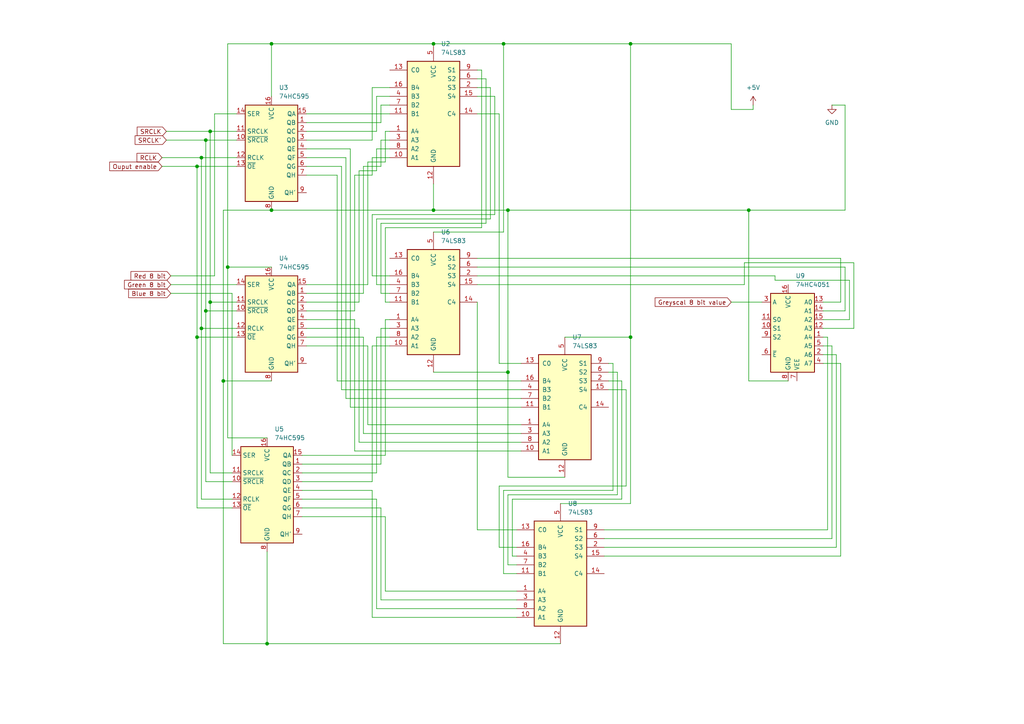
<source format=kicad_sch>
(kicad_sch (version 20250114) (generator "eeschema") (generator_version "9.0")
  (paper "A4")
  (lib_symbols
    (symbol "74xx:74HC4051"
      (property "Reference" "U" (at -5.08 11.43 0))
      (property "Value" "74HC4051" (at -7.62 -13.97 0))
      (symbol "74HC4051_0_1"
        (rectangle (start -5.08 10.16) (end 7.62 -12.7) (stroke (width 0.254)) (fill (type background)))
      )
      (symbol "74HC4051_1_1"
        (pin passive line (at -7.62 7.62 0) (length 2.54) (name "A") (number "3"))
        (pin input line (at -7.62 2.54 0) (length 2.54) (name "S0") (number "11"))
        (pin input line (at -7.62 0 0) (length 2.54) (name "S1") (number "10"))
        (pin input line (at -7.62 -2.54 0) (length 2.54) (name "S2") (number "9"))
        (pin input line (at -7.62 -7.62 0) (length 2.54) (name "~{E}") (number "6"))
        (pin power_in line (at 0 12.7 270) (length 2.54) (name "VCC") (number "16"))
        (pin power_in line (at 0 -15.24 90) (length 2.54) (name "GND") (number "8"))
        (pin power_in line (at 2.54 -15.24 90) (length 2.54) (name "VEE") (number "7"))
        (pin passive line (at 10.16 7.62 180) (length 2.54) (name "A0") (number "13"))
        (pin passive line (at 10.16 5.08 180) (length 2.54) (name "A1") (number "14"))
        (pin passive line (at 10.16 2.54 180) (length 2.54) (name "A2") (number "15"))
        (pin passive line (at 10.16 0 180) (length 2.54) (name "A3") (number "12"))
        (pin passive line (at 10.16 -2.54 180) (length 2.54) (name "A4") (number "1"))
        (pin passive line (at 10.16 -5.08 180) (length 2.54) (name "A5") (number "5"))
        (pin passive line (at 10.16 -7.62 180) (length 2.54) (name "A6") (number "2"))
        (pin passive line (at 10.16 -10.16 180) (length 2.54) (name "A7") (number "4"))
      )
    )
    (symbol "74xx:74HC595"
      (property "Reference" "U" (at -7.62 13.97 0))
      (property "Value" "74HC595" (at -7.62 -16.51 0))
      (symbol "74HC595_1_0"
        (pin input line (at -10.16 10.16 0) (length 2.54) (name "SER") (number "14"))
        (pin input line (at -10.16 5.08 0) (length 2.54) (name "SRCLK") (number "11"))
        (pin input line (at -10.16 2.54 0) (length 2.54) (name "~{SRCLR}") (number "10"))
        (pin input line (at -10.16 -2.54 0) (length 2.54) (name "RCLK") (number "12"))
        (pin input line (at -10.16 -5.08 0) (length 2.54) (name "~{OE}") (number "13"))
        (pin power_in line (at 0 15.24 270) (length 2.54) (name "VCC") (number "16"))
        (pin power_in line (at 0 -17.78 90) (length 2.54) (name "GND") (number "8"))
        (pin tri_state line (at 10.16 10.16 180) (length 2.54) (name "QA") (number "15"))
        (pin tri_state line (at 10.16 7.62 180) (length 2.54) (name "QB") (number "1"))
        (pin tri_state line (at 10.16 5.08 180) (length 2.54) (name "QC") (number "2"))
        (pin tri_state line (at 10.16 2.54 180) (length 2.54) (name "QD") (number "3"))
        (pin tri_state line (at 10.16 0 180) (length 2.54) (name "QE") (number "4"))
        (pin tri_state line (at 10.16 -2.54 180) (length 2.54) (name "QF") (number "5"))
        (pin tri_state line (at 10.16 -5.08 180) (length 2.54) (name "QG") (number "6"))
        (pin tri_state line (at 10.16 -7.62 180) (length 2.54) (name "QH") (number "7"))
        (pin output line (at 10.16 -12.7 180) (length 2.54) (name "QH'") (number "9"))
      )
      (symbol "74HC595_1_1"
        (rectangle (start -7.62 12.7) (end 7.62 -15.24) (stroke (width 0.254)) (fill (type background)))
      )
    )
    (symbol "74xx:74LS83" (pin_names (offset 1.016))
      (property "Reference" "U" (at -7.62 16.51 0))
      (property "Value" "74LS83" (at -7.62 -16.51 0))
      (symbol "74LS83_1_0"
        (pin input line (at -12.7 12.7 0) (length 5.08) (name "C0") (number "13"))
        (pin input line (at -12.7 7.62 0) (length 5.08) (name "B4") (number "16"))
        (pin input line (at -12.7 5.08 0) (length 5.08) (name "B3") (number "4"))
        (pin input line (at -12.7 2.54 0) (length 5.08) (name "B2") (number "7"))
        (pin input line (at -12.7 0 0) (length 5.08) (name "B1") (number "11"))
        (pin input line (at -12.7 -5.08 0) (length 5.08) (name "A4") (number "1"))
        (pin input line (at -12.7 -7.62 0) (length 5.08) (name "A3") (number "3"))
        (pin input line (at -12.7 -10.16 0) (length 5.08) (name "A2") (number "8"))
        (pin input line (at -12.7 -12.7 0) (length 5.08) (name "A1") (number "10"))
        (pin power_in line (at 0 20.32 270) (length 5.08) (name "VCC") (number "5"))
        (pin power_in line (at 0 -20.32 90) (length 5.08) (name "GND") (number "12"))
        (pin output line (at 12.7 12.7 180) (length 5.08) (name "S1") (number "9"))
        (pin output line (at 12.7 10.16 180) (length 5.08) (name "S2") (number "6"))
        (pin output line (at 12.7 7.62 180) (length 5.08) (name "S3") (number "2"))
        (pin output line (at 12.7 5.08 180) (length 5.08) (name "S4") (number "15"))
        (pin output line (at 12.7 0 180) (length 5.08) (name "C4") (number "14"))
      )
      (symbol "74LS83_1_1"
        (rectangle (start -7.62 15.24) (end 7.62 -15.24) (stroke (width 0.254)) (fill (type background)))
      )
    )
    (symbol "power:+5V" (power) (pin_numbers (hide yes)) (pin_names (offset 0) (hide yes))
      (property "Value" "+5V" (at 0 3.556 0))
      (symbol "+5V_0_1"
        (polyline (pts (xy -0.762 1.27) (xy 0 2.54)))
        (polyline (pts (xy 0 2.54) (xy 0.762 1.27)))
        (polyline (pts (xy 0 0) (xy 0 2.54)))
      )
      (symbol "+5V_1_1"
        (pin power_in line (at 0 0 90) (length 0) (name "~") (number "1"))
      )
    )
    (symbol "power:GND" (power) (pin_numbers (hide yes)) (pin_names (offset 0) (hide yes))
      (property "Value" "GND" (at 0 -3.81 0))
      (symbol "GND_0_1"
        (polyline (pts (xy 0 0) (xy 0 -1.27) (xy 1.27 -1.27) (xy 0 -2.54) (xy -1.27 -1.27) (xy 0 -1.27)))
      )
      (symbol "GND_1_1"
        (pin power_in line (at 0 0 270) (length 0) (name "~") (number "1"))
      )
    )
  )
  (junction (at 125.73 60.96))
  (junction (at 59.69 90.17))
  (junction (at 60.96 38.1))
  (junction (at 78.74 60.96))
  (junction (at 77.47 186.69))
  (junction (at 60.96 87.63))
  (junction (at 125.73 12.7))
  (junction (at 147.32 107.95))
  (junction (at 182.88 12.7))
  (junction (at 66.04 77.47))
  (junction (at 58.42 95.25))
  (junction (at 64.77 110.49))
  (junction (at 58.42 45.72))
  (junction (at 57.15 48.26))
  (junction (at 57.15 97.79))
  (junction (at 78.74 12.7))
  (junction (at 147.32 60.96))
  (junction (at 146.05 12.7))
  (junction (at 217.17 60.96))
  (junction (at 182.88 97.79))
  (junction (at 59.69 40.64))
  (wire (pts (xy 138.43 27.94) (xy 143.51 27.94)))
  (wire (pts (xy 240.03 97.79) (xy 238.76 97.79)))
  (wire (pts (xy 147.32 163.83) (xy 149.86 163.83)))
  (wire (pts (xy 67.31 147.32) (xy 57.15 147.32)))
  (wire (pts (xy 48.26 40.64) (xy 59.69 40.64)))
  (wire (pts (xy 243.84 74.93) (xy 243.84 87.63)))
  (wire (pts (xy 110.49 95.25) (xy 110.49 134.62)))
  (wire (pts (xy 109.22 63.5) (xy 142.24 63.5)))
  (wire (pts (xy 59.69 90.17) (xy 68.58 90.17)))
  (wire (pts (xy 100.33 115.57) (xy 151.13 115.57)))
  (wire (pts (xy 111.76 46.99) (xy 111.76 38.1)))
  (wire (pts (xy 162.56 146.05) (xy 182.88 146.05)))
  (wire (pts (xy 146.05 12.7) (xy 146.05 67.31)))
  (wire (pts (xy 109.22 176.53) (xy 109.22 144.78)))
  (wire (pts (xy 104.14 87.63) (xy 104.14 49.53)))
  (wire (pts (xy 125.73 60.96) (xy 147.32 60.96)))
  (wire (pts (xy 111.76 38.1) (xy 113.03 38.1)))
  (wire (pts (xy 99.06 48.26) (xy 99.06 113.03)))
  (wire (pts (xy 245.11 60.96) (xy 245.11 30.48)))
  (wire (pts (xy 87.63 139.7) (xy 107.95 139.7)))
  (wire (pts (xy 125.73 67.31) (xy 146.05 67.31)))
  (wire (pts (xy 212.09 31.75) (xy 218.44 31.75)))
  (wire (pts (xy 88.9 90.17) (xy 102.87 90.17)))
  (wire (pts (xy 68.58 87.63) (xy 60.96 87.63)))
  (wire (pts (xy 99.06 113.03) (xy 151.13 113.03)))
  (wire (pts (xy 138.43 25.4) (xy 142.24 25.4)))
  (wire (pts (xy 107.95 50.8) (xy 102.87 50.8)))
  (wire (pts (xy 247.65 76.2) (xy 247.65 95.25)))
  (wire (pts (xy 102.87 50.8) (xy 102.87 90.17)))
  (wire (pts (xy 113.03 87.63) (xy 111.76 87.63)))
  (wire (pts (xy 60.96 38.1) (xy 60.96 87.63)))
  (wire (pts (xy 88.9 82.55) (xy 106.68 82.55)))
  (wire (pts (xy 97.79 110.49) (xy 151.13 110.49)))
  (wire (pts (xy 77.47 186.69) (xy 77.47 160.02)))
  (wire (pts (xy 62.23 33.02) (xy 62.23 80.01)))
  (wire (pts (xy 62.23 33.02) (xy 68.58 33.02)))
  (wire (pts (xy 218.44 31.75) (xy 218.44 30.48)))
  (wire (pts (xy 105.41 85.09) (xy 88.9 85.09)))
  (wire (pts (xy 163.83 97.79) (xy 182.88 97.79)))
  (wire (pts (xy 110.49 40.64) (xy 110.49 48.26)))
  (wire (pts (xy 180.34 110.49) (xy 176.53 110.49)))
  (wire (pts (xy 242.57 102.87) (xy 238.76 102.87)))
  (wire (pts (xy 242.57 158.75) (xy 242.57 102.87)))
  (wire (pts (xy 148.59 144.78) (xy 180.34 144.78)))
  (wire (pts (xy 140.97 64.77) (xy 140.97 22.86)))
  (wire (pts (xy 138.43 33.02) (xy 144.78 33.02)))
  (wire (pts (xy 88.9 45.72) (xy 100.33 45.72)))
  (wire (pts (xy 109.22 27.94) (xy 113.03 27.94)))
  (wire (pts (xy 104.14 128.27) (xy 151.13 128.27)))
  (wire (pts (xy 60.96 137.16) (xy 67.31 137.16)))
  (wire (pts (xy 179.07 107.95) (xy 179.07 143.51)))
  (wire (pts (xy 87.63 137.16) (xy 109.22 137.16)))
  (wire (pts (xy 228.6 110.49) (xy 217.17 110.49)))
  (wire (pts (xy 88.9 92.71) (xy 102.87 92.71)))
  (wire (pts (xy 182.88 12.7) (xy 212.09 12.7)))
  (wire (pts (xy 78.74 12.7) (xy 125.73 12.7)))
  (wire (pts (xy 142.24 63.5) (xy 142.24 25.4)))
  (wire (pts (xy 102.87 92.71) (xy 102.87 130.81)))
  (wire (pts (xy 105.41 125.73) (xy 151.13 125.73)))
  (wire (pts (xy 46.99 45.72) (xy 58.42 45.72)))
  (wire (pts (xy 107.95 62.23) (xy 107.95 80.01)))
  (wire (pts (xy 113.03 40.64) (xy 110.49 40.64)))
  (wire (pts (xy 149.86 171.45) (xy 111.76 171.45)))
  (wire (pts (xy 146.05 12.7) (xy 182.88 12.7)))
  (wire (pts (xy 182.88 97.79) (xy 182.88 146.05)))
  (wire (pts (xy 88.9 40.64) (xy 107.95 40.64)))
  (wire (pts (xy 104.14 95.25) (xy 104.14 128.27)))
  (wire (pts (xy 110.49 64.77) (xy 140.97 64.77)))
  (wire (pts (xy 113.03 95.25) (xy 110.49 95.25)))
  (wire (pts (xy 111.76 92.71) (xy 113.03 92.71)))
  (wire (pts (xy 149.86 176.53) (xy 109.22 176.53)))
  (wire (pts (xy 78.74 60.96) (xy 125.73 60.96)))
  (wire (pts (xy 111.76 149.86) (xy 87.63 149.86)))
  (wire (pts (xy 107.95 100.33) (xy 107.95 139.7)))
  (wire (pts (xy 107.95 80.01) (xy 113.03 80.01)))
  (wire (pts (xy 138.43 77.47) (xy 245.11 77.47)))
  (wire (pts (xy 107.95 25.4) (xy 113.03 25.4)))
  (wire (pts (xy 143.51 62.23) (xy 107.95 62.23)))
  (wire (pts (xy 88.9 50.8) (xy 97.79 50.8)))
  (wire (pts (xy 181.61 140.97) (xy 181.61 113.03)))
  (wire (pts (xy 66.04 77.47) (xy 66.04 12.7)))
  (wire (pts (xy 246.38 92.71) (xy 238.76 92.71)))
  (wire (pts (xy 77.47 186.69) (xy 64.77 186.69)))
  (wire (pts (xy 78.74 77.47) (xy 66.04 77.47)))
  (wire (pts (xy 87.63 147.32) (xy 110.49 147.32)))
  (wire (pts (xy 146.05 142.24) (xy 146.05 166.37)))
  (wire (pts (xy 88.9 38.1) (xy 109.22 38.1)))
  (wire (pts (xy 175.26 161.29) (xy 243.84 161.29)))
  (wire (pts (xy 175.26 156.21) (xy 241.3 156.21)))
  (wire (pts (xy 106.68 46.99) (xy 111.76 46.99)))
  (wire (pts (xy 245.11 77.47) (xy 245.11 90.17)))
  (wire (pts (xy 241.3 100.33) (xy 238.76 100.33)))
  (wire (pts (xy 212.09 87.63) (xy 220.98 87.63)))
  (wire (pts (xy 109.22 43.18) (xy 113.03 43.18)))
  (wire (pts (xy 67.31 85.09) (xy 67.31 132.08)))
  (wire (pts (xy 147.32 60.96) (xy 217.17 60.96)))
  (wire (pts (xy 113.03 45.72) (xy 107.95 45.72)))
  (wire (pts (xy 149.86 161.29) (xy 148.59 161.29)))
  (wire (pts (xy 125.73 107.95) (xy 147.32 107.95)))
  (wire (pts (xy 217.17 60.96) (xy 245.11 60.96)))
  (wire (pts (xy 102.87 130.81) (xy 151.13 130.81)))
  (wire (pts (xy 107.95 40.64) (xy 107.95 25.4)))
  (wire (pts (xy 246.38 81.28) (xy 246.38 92.71)))
  (wire (pts (xy 138.43 87.63) (xy 138.43 153.67)))
  (wire (pts (xy 87.63 132.08) (xy 111.76 132.08)))
  (wire (pts (xy 224.79 81.28) (xy 246.38 81.28)))
  (wire (pts (xy 147.32 107.95) (xy 147.32 138.43)))
  (wire (pts (xy 60.96 87.63) (xy 60.96 137.16)))
  (wire (pts (xy 58.42 95.25) (xy 68.58 95.25)))
  (wire (pts (xy 58.42 144.78) (xy 67.31 144.78)))
  (wire (pts (xy 66.04 127) (xy 66.04 77.47)))
  (wire (pts (xy 125.73 12.7) (xy 146.05 12.7)))
  (wire (pts (xy 148.59 161.29) (xy 148.59 144.78)))
  (wire (pts (xy 88.9 43.18) (xy 101.6 43.18)))
  (wire (pts (xy 109.22 97.79) (xy 113.03 97.79)))
  (wire (pts (xy 100.33 45.72) (xy 100.33 115.57)))
  (wire (pts (xy 109.22 82.55) (xy 109.22 63.5)))
  (wire (pts (xy 245.11 30.48) (xy 241.3 30.48)))
  (wire (pts (xy 46.99 48.26) (xy 57.15 48.26)))
  (wire (pts (xy 58.42 95.25) (xy 58.42 144.78)))
  (wire (pts (xy 48.26 38.1) (xy 60.96 38.1)))
  (wire (pts (xy 243.84 105.41) (xy 238.76 105.41)))
  (wire (pts (xy 88.9 87.63) (xy 104.14 87.63)))
  (wire (pts (xy 110.49 173.99) (xy 149.86 173.99)))
  (wire (pts (xy 175.26 158.75) (xy 242.57 158.75)))
  (wire (pts (xy 163.83 138.43) (xy 147.32 138.43)))
  (wire (pts (xy 240.03 153.67) (xy 240.03 97.79)))
  (wire (pts (xy 78.74 27.94) (xy 78.74 12.7)))
  (wire (pts (xy 59.69 40.64) (xy 59.69 90.17)))
  (wire (pts (xy 97.79 50.8) (xy 97.79 110.49)))
  (wire (pts (xy 57.15 97.79) (xy 68.58 97.79)))
  (wire (pts (xy 110.49 147.32) (xy 110.49 173.99)))
  (wire (pts (xy 78.74 110.49) (xy 64.77 110.49)))
  (wire (pts (xy 143.51 27.94) (xy 143.51 62.23)))
  (wire (pts (xy 111.76 66.04) (xy 139.7 66.04)))
  (wire (pts (xy 243.84 161.29) (xy 243.84 105.41)))
  (wire (pts (xy 247.65 95.25) (xy 238.76 95.25)))
  (wire (pts (xy 59.69 40.64) (xy 68.58 40.64)))
  (wire (pts (xy 49.53 82.55) (xy 68.58 82.55)))
  (wire (pts (xy 144.78 140.97) (xy 181.61 140.97)))
  (wire (pts (xy 110.49 35.56) (xy 110.49 30.48)))
  (wire (pts (xy 110.49 48.26) (xy 105.41 48.26)))
  (wire (pts (xy 139.7 20.32) (xy 138.43 20.32)))
  (wire (pts (xy 138.43 82.55) (xy 215.9 82.55)))
  (wire (pts (xy 224.79 80.01) (xy 224.79 81.28)))
  (wire (pts (xy 215.9 76.2) (xy 247.65 76.2)))
  (wire (pts (xy 66.04 12.7) (xy 78.74 12.7)))
  (wire (pts (xy 88.9 97.79) (xy 105.41 97.79)))
  (wire (pts (xy 107.95 142.24) (xy 107.95 179.07)))
  (wire (pts (xy 101.6 43.18) (xy 101.6 118.11)))
  (wire (pts (xy 111.76 132.08) (xy 111.76 92.71)))
  (wire (pts (xy 147.32 143.51) (xy 147.32 163.83)))
  (wire (pts (xy 113.03 100.33) (xy 107.95 100.33)))
  (wire (pts (xy 147.32 60.96) (xy 147.32 107.95)))
  (wire (pts (xy 59.69 139.7) (xy 59.69 90.17)))
  (wire (pts (xy 138.43 80.01) (xy 224.79 80.01)))
  (wire (pts (xy 101.6 118.11) (xy 151.13 118.11)))
  (wire (pts (xy 64.77 60.96) (xy 64.77 110.49)))
  (wire (pts (xy 111.76 87.63) (xy 111.76 66.04)))
  (wire (pts (xy 182.88 12.7) (xy 182.88 97.79)))
  (wire (pts (xy 162.56 186.69) (xy 77.47 186.69)))
  (wire (pts (xy 176.53 105.41) (xy 177.8 105.41)))
  (wire (pts (xy 88.9 48.26) (xy 99.06 48.26)))
  (wire (pts (xy 57.15 147.32) (xy 57.15 97.79)))
  (wire (pts (xy 149.86 158.75) (xy 144.78 158.75)))
  (wire (pts (xy 138.43 74.93) (xy 243.84 74.93)))
  (wire (pts (xy 180.34 144.78) (xy 180.34 110.49)))
  (wire (pts (xy 125.73 60.96) (xy 125.73 53.34)))
  (wire (pts (xy 146.05 166.37) (xy 149.86 166.37)))
  (wire (pts (xy 176.53 107.95) (xy 179.07 107.95)))
  (wire (pts (xy 109.22 27.94) (xy 109.22 38.1)))
  (wire (pts (xy 176.53 113.03) (xy 181.61 113.03)))
  (wire (pts (xy 217.17 110.49) (xy 217.17 60.96)))
  (wire (pts (xy 62.23 80.01) (xy 49.53 80.01)))
  (wire (pts (xy 177.8 105.41) (xy 177.8 142.24)))
  (wire (pts (xy 113.03 82.55) (xy 109.22 82.55)))
  (wire (pts (xy 64.77 60.96) (xy 78.74 60.96)))
  (wire (pts (xy 245.11 90.17) (xy 238.76 90.17)))
  (wire (pts (xy 104.14 49.53) (xy 109.22 49.53)))
  (wire (pts (xy 57.15 48.26) (xy 57.15 97.79)))
  (wire (pts (xy 177.8 142.24) (xy 146.05 142.24)))
  (wire (pts (xy 144.78 158.75) (xy 144.78 140.97)))
  (wire (pts (xy 144.78 33.02) (xy 144.78 105.41)))
  (wire (pts (xy 243.84 87.63) (xy 238.76 87.63)))
  (wire (pts (xy 139.7 66.04) (xy 139.7 20.32)))
  (wire (pts (xy 88.9 95.25) (xy 104.14 95.25)))
  (wire (pts (xy 60.96 38.1) (xy 68.58 38.1)))
  (wire (pts (xy 179.07 143.51) (xy 147.32 143.51)))
  (wire (pts (xy 215.9 82.55) (xy 215.9 76.2)))
  (wire (pts (xy 144.78 105.41) (xy 151.13 105.41)))
  (wire (pts (xy 67.31 139.7) (xy 59.69 139.7)))
  (wire (pts (xy 105.41 48.26) (xy 105.41 85.09)))
  (wire (pts (xy 109.22 49.53) (xy 109.22 43.18)))
  (wire (pts (xy 110.49 30.48) (xy 113.03 30.48)))
  (wire (pts (xy 113.03 85.09) (xy 110.49 85.09)))
  (wire (pts (xy 212.09 12.7) (xy 212.09 31.75)))
  (wire (pts (xy 110.49 85.09) (xy 110.49 64.77)))
  (wire (pts (xy 107.95 142.24) (xy 87.63 142.24)))
  (wire (pts (xy 58.42 45.72) (xy 68.58 45.72)))
  (wire (pts (xy 88.9 100.33) (xy 106.68 100.33)))
  (wire (pts (xy 107.95 179.07) (xy 149.86 179.07)))
  (wire (pts (xy 106.68 100.33) (xy 106.68 123.19)))
  (wire (pts (xy 49.53 85.09) (xy 67.31 85.09)))
  (wire (pts (xy 138.43 153.67) (xy 149.86 153.67)))
  (wire (pts (xy 88.9 33.02) (xy 113.03 33.02)))
  (wire (pts (xy 175.26 153.67) (xy 240.03 153.67)))
  (wire (pts (xy 64.77 110.49) (xy 64.77 186.69)))
  (wire (pts (xy 109.22 137.16) (xy 109.22 97.79)))
  (wire (pts (xy 77.47 127) (xy 66.04 127)))
  (wire (pts (xy 58.42 45.72) (xy 58.42 95.25)))
  (wire (pts (xy 107.95 45.72) (xy 107.95 50.8)))
  (wire (pts (xy 57.15 48.26) (xy 68.58 48.26)))
  (wire (pts (xy 138.43 22.86) (xy 140.97 22.86)))
  (wire (pts (xy 106.68 82.55) (xy 106.68 46.99)))
  (wire (pts (xy 88.9 35.56) (xy 110.49 35.56)))
  (wire (pts (xy 111.76 171.45) (xy 111.76 149.86)))
  (wire (pts (xy 87.63 134.62) (xy 110.49 134.62)))
  (wire (pts (xy 241.3 100.33) (xy 241.3 156.21)))
  (wire (pts (xy 106.68 123.19) (xy 151.13 123.19)))
  (wire (pts (xy 109.22 144.78) (xy 87.63 144.78)))
  (wire (pts (xy 105.41 97.79) (xy 105.41 125.73)))
  (global_label "RCLK" (shape input) (at 46.99 45.72 180) (property "Intersheetrefs" "${INTERSHEET_REFS}" (effects (hide yes))))
  (global_label "SRCLK" (shape input) (at 48.26 38.1 180) (property "Intersheetrefs" "${INTERSHEET_REFS}" (effects (hide yes))))
  (global_label "Red 8 bit" (shape input) (at 49.53 80.01 180) (property "Intersheetrefs" "${INTERSHEET_REFS}" (effects (hide yes))))
  (global_label "Ouput enable" (shape input) (at 46.99 48.26 180) (property "Intersheetrefs" "${INTERSHEET_REFS}" (effects (hide yes))))
  (global_label "Greyscal 8 bit value" (shape input) (at 212.09 87.63 180) (property "Intersheetrefs" "${INTERSHEET_REFS}" (effects (hide yes))))
  (global_label "Blue 8 bit" (shape input) (at 49.53 85.09 180) (property "Intersheetrefs" "${INTERSHEET_REFS}" (effects (hide yes))))
  (global_label "SRCLK'" (shape input) (at 48.26 40.64 180) (property "Intersheetrefs" "${INTERSHEET_REFS}" (effects (hide yes))))
  (global_label "Green 8 bit" (shape input) (at 49.53 82.55 180) (property "Intersheetrefs" "${INTERSHEET_REFS}" (effects (hide yes))))
  (symbol (lib_id "74xx:74LS83") (at 125.73 33.02 0) (unit 1)
    (property "Reference" "U2" (at 127.8733 12.7 0) (effects (justify left)))
    (property "Value" "74LS83" (at 127.8733 15.24 0) (effects (justify left)))
    (property "Datasheet" "http://www.ti.com/lit/gpn/sn74LS83" (effects (hide yes)))
    (property "Description" "4-bit Full Adder" (effects (hide yes)))
  )
  (symbol (lib_id "74xx:74HC4051") (at 228.6 95.25 0) (unit 1)
    (property "Reference" "U9" (at 230.7433 80.01 0) (effects (justify left)))
    (property "Value" "74HC4051" (at 230.7433 82.55 0) (effects (justify left)))
    (property "Datasheet" "http://www.ti.com/lit/ds/symlink/cd74hc4051.pdf" (effects (hide yes)))
    (property "Description" "8-channel analog multiplexer/demultiplexer, DIP-16/SOIC-16/TSSOP-16" (effects (hide yes)))
  )
  (symbol (lib_id "power:+5V") (at 218.44 30.48 0) (unit 1)
    (property "Reference" "#PWR01" (effects (hide yes)))
    (property "Value" "+5V" (at 218.44 25.4 0))
    (property "Description" "Power symbol creates a global label with name \"+5V\"" (effects (hide yes)))
  )
  (symbol (lib_id "74xx:74LS83") (at 125.73 87.63 0) (unit 1)
    (property "Reference" "U6" (at 127.8733 67.31 0) (effects (justify left)))
    (property "Value" "74LS83" (at 127.8733 69.85 0) (effects (justify left)))
    (property "Datasheet" "http://www.ti.com/lit/gpn/sn74LS83" (effects (hide yes)))
    (property "Description" "4-bit Full Adder" (effects (hide yes)))
  )
  (symbol (lib_id "74xx:74HC595") (at 78.74 43.18 0) (unit 1)
    (property "Reference" "U3" (at 80.8833 25.4 0) (effects (justify left)))
    (property "Value" "74HC595" (at 80.8833 27.94 0) (effects (justify left)))
    (property "Datasheet" "http://www.ti.com/lit/ds/symlink/sn74hc595.pdf" (effects (hide yes)))
    (property "Description" "8-bit serial in/out Shift Register 3-State Outputs" (effects (hide yes)))
  )
  (symbol (lib_id "74xx:74HC595") (at 78.74 92.71 0) (unit 1)
    (property "Reference" "U4" (at 80.8833 74.93 0) (effects (justify left)))
    (property "Value" "74HC595" (at 80.8833 77.47 0) (effects (justify left)))
    (property "Datasheet" "http://www.ti.com/lit/ds/symlink/sn74hc595.pdf" (effects (hide yes)))
    (property "Description" "8-bit serial in/out Shift Register 3-State Outputs" (effects (hide yes)))
  )
  (symbol (lib_id "power:GND") (at 241.3 30.48 0) (unit 1)
    (property "Reference" "#PWR02" (effects (hide yes)))
    (property "Value" "GND" (at 241.3 35.56 0))
    (property "Description" "Power symbol creates a global label with name \"GND\" , ground" (effects (hide yes)))
  )
  (symbol (lib_id "74xx:74HC595") (at 77.47 142.24 0) (unit 1)
    (property "Reference" "U5" (at 79.6133 124.46 0) (effects (justify left)))
    (property "Value" "74HC595" (at 79.6133 127 0) (effects (justify left)))
    (property "Datasheet" "http://www.ti.com/lit/ds/symlink/sn74hc595.pdf" (effects (hide yes)))
    (property "Description" "8-bit serial in/out Shift Register 3-State Outputs" (effects (hide yes)))
  )
  (symbol (lib_id "74xx:74LS83") (at 162.56 166.37 0) (unit 1)
    (property "Reference" "U8" (at 164.7033 146.05 0) (effects (justify left)))
    (property "Value" "74LS83" (at 164.7033 148.59 0) (effects (justify left)))
    (property "Datasheet" "http://www.ti.com/lit/gpn/sn74LS83" (effects (hide yes)))
    (property "Description" "4-bit Full Adder" (effects (hide yes)))
  )
  (symbol (lib_id "74xx:74LS83") (at 163.83 118.11 0) (unit 1)
    (property "Reference" "U7" (at 165.9733 97.79 0) (effects (justify left)))
    (property "Value" "74LS83" (at 165.9733 100.33 0) (effects (justify left)))
    (property "Datasheet" "http://www.ti.com/lit/gpn/sn74LS83" (effects (hide yes)))
    (property "Description" "4-bit Full Adder" (effects (hide yes)))
  )
)
</source>
